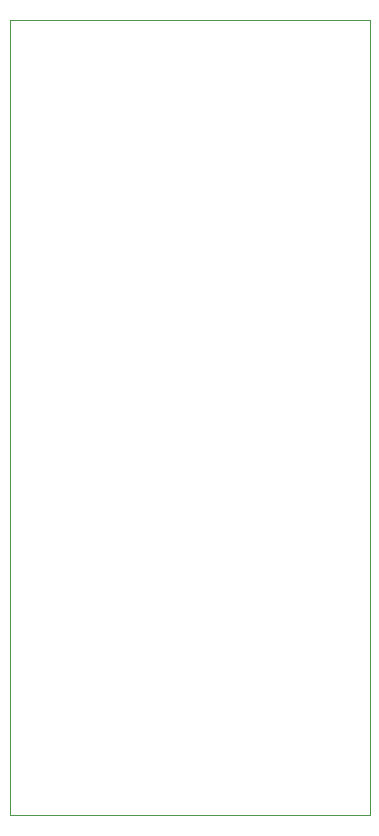
<source format=gbr>
%TF.GenerationSoftware,KiCad,Pcbnew,(5.1.9)-1*%
%TF.CreationDate,2021-11-05T10:50:43-04:00*%
%TF.ProjectId,raindrop,7261696e-6472-46f7-902e-6b696361645f,rev?*%
%TF.SameCoordinates,Original*%
%TF.FileFunction,Profile,NP*%
%FSLAX46Y46*%
G04 Gerber Fmt 4.6, Leading zero omitted, Abs format (unit mm)*
G04 Created by KiCad (PCBNEW (5.1.9)-1) date 2021-11-05 10:50:43*
%MOMM*%
%LPD*%
G01*
G04 APERTURE LIST*
%TA.AperFunction,Profile*%
%ADD10C,0.100000*%
%TD*%
G04 APERTURE END LIST*
D10*
X157480000Y-130810000D02*
X157480000Y-63500000D01*
X127000000Y-130810000D02*
X157480000Y-130810000D01*
X127000000Y-63500000D02*
X127000000Y-130810000D01*
X127000000Y-63500000D02*
X157480000Y-63500000D01*
M02*

</source>
